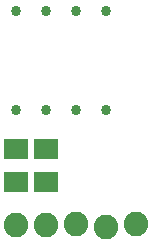
<source format=gts>
G75*
%MOIN*%
%OFA0B0*%
%FSLAX25Y25*%
%IPPOS*%
%LPD*%
%AMOC8*
5,1,8,0,0,1.08239X$1,22.5*
%
%ADD10R,0.07887X0.07099*%
%ADD11C,0.03400*%
%ADD12C,0.08200*%
D10*
X0016500Y0029988D03*
X0016500Y0041012D03*
X0026500Y0041012D03*
X0026500Y0029988D03*
D11*
X0026500Y0054000D03*
X0016500Y0054000D03*
X0036500Y0054000D03*
X0046500Y0054000D03*
X0046500Y0087000D03*
X0036500Y0087000D03*
X0026500Y0087000D03*
X0016500Y0087000D03*
D12*
X0016500Y0015500D03*
X0026500Y0015500D03*
X0036500Y0016000D03*
X0046500Y0015000D03*
X0056500Y0016000D03*
M02*

</source>
